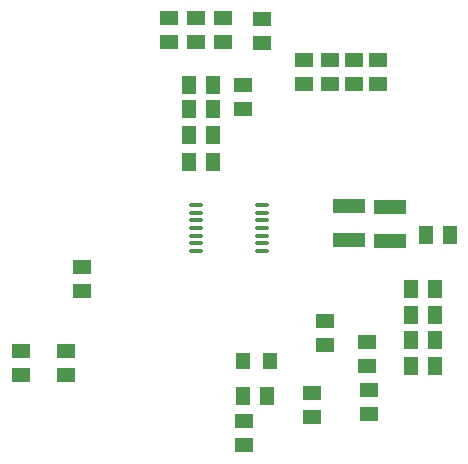
<source format=gbp>
G04 Layer_Color=128*
%FSTAX24Y24*%
%MOIN*%
G70*
G01*
G75*
%ADD20R,0.0500X0.0630*%
%ADD21R,0.0630X0.0500*%
%ADD39O,0.0492X0.0138*%
%ADD40R,0.0500X0.0550*%
%ADD41R,0.1063X0.0512*%
D20*
X0408Y02665D02*
D03*
X04D02*
D03*
X0408Y0258D02*
D03*
X04D02*
D03*
X0408Y02495D02*
D03*
X04D02*
D03*
X0408Y0275D02*
D03*
X04D02*
D03*
X0405Y0293D02*
D03*
X0413D02*
D03*
X0326Y0343D02*
D03*
X0334D02*
D03*
X0326Y0335D02*
D03*
X0334D02*
D03*
X0344Y02395D02*
D03*
X0352D02*
D03*
X0326Y03175D02*
D03*
X0334D02*
D03*
X0326Y03265D02*
D03*
X0334D02*
D03*
D21*
X0381Y03435D02*
D03*
Y03515D02*
D03*
X0389D02*
D03*
Y03435D02*
D03*
X03445Y0231D02*
D03*
Y0223D02*
D03*
X03505Y0357D02*
D03*
Y0365D02*
D03*
X0367Y02325D02*
D03*
Y02405D02*
D03*
X03715Y02645D02*
D03*
Y02565D02*
D03*
X02905Y02745D02*
D03*
Y02825D02*
D03*
X0344Y0343D02*
D03*
Y0335D02*
D03*
X027Y02465D02*
D03*
Y02545D02*
D03*
X03285Y03655D02*
D03*
Y03575D02*
D03*
X03195Y03655D02*
D03*
Y03575D02*
D03*
X03375Y03655D02*
D03*
Y03575D02*
D03*
X03855Y02495D02*
D03*
Y02575D02*
D03*
X0386Y02415D02*
D03*
Y02335D02*
D03*
X03645Y03435D02*
D03*
Y03515D02*
D03*
X0373Y03435D02*
D03*
Y03515D02*
D03*
X0285Y02545D02*
D03*
Y02465D02*
D03*
D39*
X035062Y030318D02*
D03*
Y030062D02*
D03*
Y029806D02*
D03*
Y02955D02*
D03*
Y029294D02*
D03*
Y029038D02*
D03*
Y028782D02*
D03*
X032838Y030318D02*
D03*
Y030062D02*
D03*
Y029806D02*
D03*
Y02955D02*
D03*
Y029294D02*
D03*
Y029038D02*
D03*
Y028782D02*
D03*
D40*
X0344Y0251D02*
D03*
X0353D02*
D03*
D41*
X03795Y030292D02*
D03*
Y02915D02*
D03*
X0393Y030242D02*
D03*
Y0291D02*
D03*
M02*

</source>
